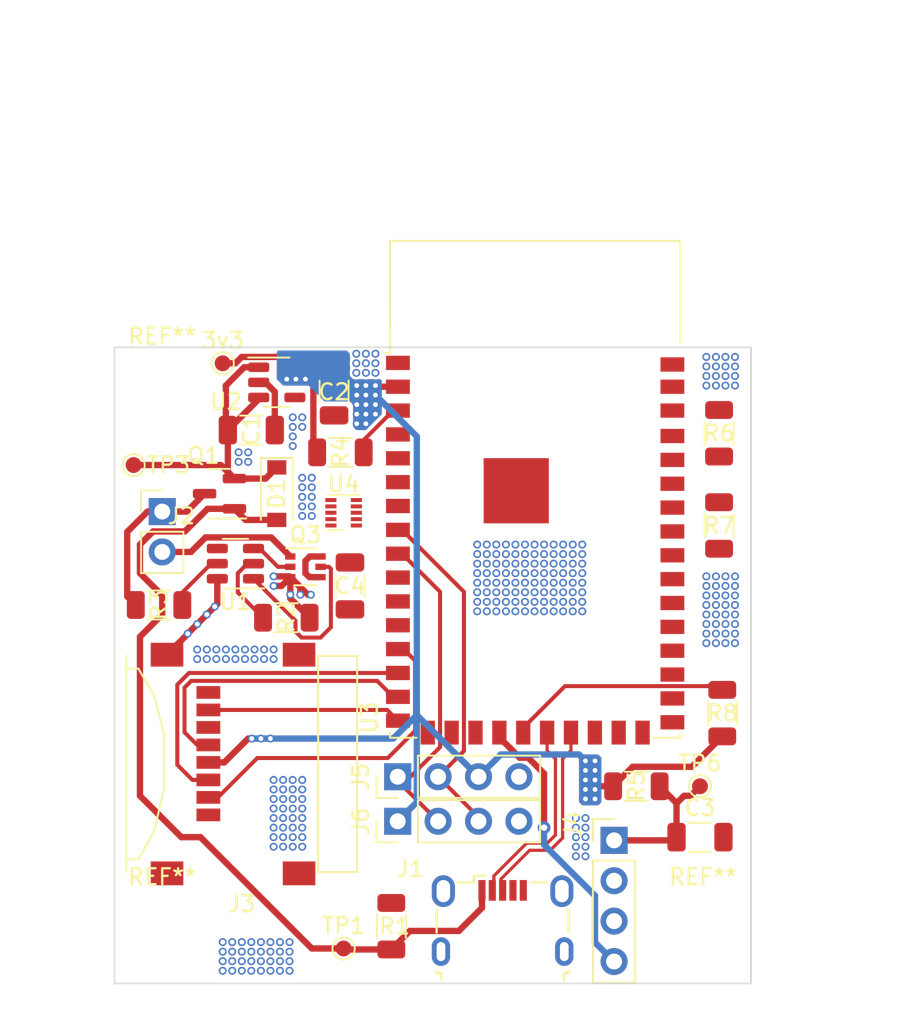
<source format=kicad_pcb>
(kicad_pcb (version 20211014) (generator pcbnew)
  (layers (0 "F.Cu" signal) (31 "B.Cu" signal) (34 "B.Paste" user) (35 "F.Paste" user) (36 "B.SilkS" user "B.Silkscreen") (37 "F.SilkS" user "F.Silkscreen") (38 "B.Mask" user) (39 "F.Mask" user) (44 "Edge.Cuts" user))
  (net 0 "")
  (net 1 "VCC")
  (net 2 "GND")
  (net 3 "+3V3")
  (net 4 "+3.3VA")
  (net 5 "Net-(C4-Pad1)")
  (net 6 "VBUS")
  (net 7 "/USB_D-")
  (net 8 "/USB_D+")
  (net 10 "+BATT")
  (net 11 "-BATT")
  (net 13 "/FSPICS0")
  (net 14 "/FSPI_MOSI")
  (net 15 "/FSPI_CLK")
  (net 16 "/FSPI_MISO")
  (net 19 "/MIC")
  (net 20 "/SDA")
  (net 21 "/SCL")
  (net 22 "Net-(R2-Pad2)")
  (net 23 "Net-(R3-Pad1)")
  (net 24 "Net-(R4-Pad1)")
  (net 25 "Net-(R6-Pad1)")
  (net 26 "Net-(R7-Pad1)")
  (net 31 "/ACCEL_INT1")
  (net 32 "/ACCEL_INT2")
  (net 50 "Net-(Q3-Pad2)")
  (net 51 "Net-(Q3-Pad4)")
  (net 52 "Net-(Q3-Pad5)")
  (net 57 "Net-(U3-Pad21)")
  (footprint "Resistor_SMD:R_1206_3216Metric" (layer "F.Cu") (at 141.6 107 -90)
    (fp_text reference "R6")
    (fp_text value "45K")
  )
  (footprint "Capacitor_SMD:C_1206_3216Metric" (layer "F.Cu") (at 117.4 104.4 -90)
    (fp_text reference "C2")
    (fp_text value "1uF")
  )
  (footprint "Resistor_SMD:R_1206_3216Metric" (layer "F.Cu") (at 106.4 117.8 180)
    (fp_text reference "R3")
    (fp_text value "330-370")
  )
  (footprint "TestPoint:TestPoint_Pad_D1.0mm" (layer "F.Cu") (at 110.4 102.6)
    (fp_text reference "3v3")
    (fp_text value "TP_3v3")
  )
  (footprint "Resistor_SMD:R_1206_3216Metric" (layer "F.Cu") (at 114.4 118.6 180)
    (fp_text reference "R2")
    (fp_text value "2.7k")
  )
  (footprint "3rdparty:MOLEX_47219-2001" (layer "F.Cu") (at 111.6 127.8 -90)
    (fp_text reference "J3")
    (fp_text value "47219-2001")
  )
  (footprint "MountingHole:MountingHole_2.7mm_M2.5" (layer "F.Cu") (at 140.6 138.6)
    (fp_text reference "REF**")
    (fp_text value "MountingHole_2.7mm_M2.5")
  )
  (footprint "TestPoint:TestPoint_Pad_D1.0mm" (layer "F.Cu") (at 104.8 109)
    (fp_text reference "TP3")
    (fp_text value "TP_VCC")
  )
  (footprint "Capacitor_SMD:C_1206_3216Metric" (layer "F.Cu") (at 118.4 116.6 -90)
    (fp_text reference "C4")
    (fp_text value "75-470nF (100nF)")
  )
  (footprint "Connector_PinHeader_2.54mm:PinHeader_1x04_P2.54mm_Vertical" (layer "F.Cu") (at 121.4 131.4 90)
    (fp_text reference "J6")
    (fp_text value "Heartbeat")
  )
  (footprint "MountingHole:MountingHole_2.7mm_M2.5" (layer "F.Cu") (at 106.6 138.6)
    (fp_text reference "REF**")
    (fp_text value "MountingHole_2.7mm_M2.5")
  )
  (footprint "Package_TO_SOT_SMD:SOT-23-6" (layer "F.Cu") (at 111.2 115.2 180)
    (fp_text reference "U1")
    (fp_text value "AP9101CK-CMTRG1")
  )
  (footprint "Connector_PinHeader_2.54mm:PinHeader_1x02_P2.54mm_Vertical" (layer "F.Cu") (at 106.6 111.925)
    (fp_text reference "J2")
    (fp_text value "Conn_01x02")
  )
  (footprint "Package_TO_SOT_SMD:SOT-363_SC-70-6" (layer "F.Cu") (at 115.6 115.4)
    (fp_text reference "Q3")
    (fp_text value "BSD840NH6327XTSA1 ")
  )
  (footprint "Resistor_SMD:R_1206_3216Metric" (layer "F.Cu") (at 117.8 108.2 180)
    (fp_text reference "R4")
    (fp_text value "45K")
  )
  (footprint "TestPoint:TestPoint_Pad_D1.0mm" (layer "F.Cu") (at 118 139.4)
    (fp_text reference "TP1")
    (fp_text value "TP_VBUS")
  )
  (footprint "Connector_PinHeader_2.54mm:PinHeader_1x04_P2.54mm_Vertical" (layer "F.Cu") (at 135 132.6)
    (fp_text reference "J4")
    (fp_text value "MAX9814")
  )
  (footprint "Capacitor_SMD:C_1206_3216Metric" (layer "F.Cu") (at 112.2 106.8)
    (fp_text reference "C1")
    (fp_text value "1uF")
  )
  (footprint "Connector_PinHeader_2.54mm:PinHeader_1x04_P2.54mm_Vertical" (layer "F.Cu") (at 121.4 128.6 90)
    (fp_text reference "J5")
    (fp_text value "OLED")
  )
  (footprint "Package_TO_SOT_SMD:SOT-23" (layer "F.Cu") (at 110.2 110.8 180)
    (fp_text reference "Q1")
    (fp_text value "AO3401A")
  )
  (footprint "Connector_USB:USB_Micro-B_Wuerth_629105150521" (layer "F.Cu") (at 127.995 137.645)
    (fp_text reference "J1")
    (fp_text value "USB_B")
  )
  (footprint "Package_DFN_QFN:DFN-10_2x2mm_P0.4mm" (layer "F.Cu") (at 118 112 180)
    (fp_text reference "U4")
    (fp_text value "MMA8652FCR1")
  )
  (footprint "Resistor_SMD:R_1206_3216Metric" (layer "F.Cu") (at 121 138 -90)
    (fp_text reference "R1")
    (fp_text value "10K")
  )
  (footprint "Package_TO_SOT_SMD:SOT-23-5" (layer "F.Cu") (at 113.8 103.8)
    (fp_text reference "U2")
    (fp_text value "XC6222B331MR-G")
  )
  (footprint "TestPoint:TestPoint_Pad_D1.0mm" (layer "F.Cu") (at 140.4 129.2)
    (fp_text reference "TP6")
    (fp_text value "TP_3v3_Analog")
  )
  (footprint "Resistor_SMD:R_1206_3216Metric" (layer "F.Cu") (at 136.4 129.2 180)
    (fp_text reference "R5")
    (fp_text value "10K")
  )
  (footprint "Capacitor_SMD:C_1206_3216Metric" (layer "F.Cu") (at 140.4 132.4)
    (fp_text reference "C3")
    (fp_text value "100nF")
  )
  (footprint "MountingHole:MountingHole_2.7mm_M2.5" (layer "F.Cu") (at 106.6 104.6)
    (fp_text reference "REF**")
    (fp_text value "MountingHole_2.7mm_M2.5")
  )
  (footprint "RF_Module:ESP32-S2-WROVER" (layer "F.Cu") (at 130.04 114.35)
    (fp_text reference "U3")
    (fp_text value "ESP32-S2-WROVER")
  )
  (footprint "Resistor_SMD:R_1206_3216Metric" (layer "F.Cu") (at 141.6 112.8 -90)
    (fp_text reference "R7")
    (fp_text value "45K")
  )
  (footprint "Diode_SMD:D_SOD-123" (layer "F.Cu") (at 113.8 110.8 -90)
    (fp_text reference "D1")
    (fp_text value "Diode")
  )
  (footprint "Resistor_SMD:R_1206_3216Metric" (layer "F.Cu") (at 141.8 124.6 -90)
    (fp_text reference "R8")
    (fp_text value "45K")
  )
  (gr_rect (start 103.6 101.6) (end 143.6 141.6) (layer "Edge.Cuts") (width 0.1) (fill none))
  (segment (start 110.6 104) (end 110.6 106.675) (width 0.4) (layer "F.Cu") (net 1))
  (segment (start 104.8 109) (end 110.2875 109) (width 0.4) (layer "F.Cu") (net 1))
  (segment (start 113.1 109.85) (end 113.8 109.15) (width 0.4) (layer "F.Cu") (net 1))
  (segment (start 110.725 109.4375) (end 111.1375 109.85) (width 0.4) (layer "F.Cu") (net 1))
  (segment (start 112.6625 104.8625) (end 110.725 106.8) (width 0.4) (layer "F.Cu") (net 1))
  (segment (start 110.2875 109) (end 111.1375 109.85) (width 0.4) (layer "F.Cu") (net 1))
  (segment (start 110.6 106.675) (end 110.725 106.8) (width 0.4) (layer "F.Cu") (net 1))
  (segment (start 111.75 102.85) (end 110.6 104) (width 0.4) (layer "F.Cu") (net 1))
  (segment (start 110.725 106.8) (end 110.725 109.4375) (width 0.4) (layer "F.Cu") (net 1))
  (segment (start 112.6625 104.75) (end 112.6625 104.8625) (width 0.4) (layer "F.Cu") (net 1))
  (segment (start 112.6625 102.85) (end 111.75 102.85) (width 0.4) (layer "F.Cu") (net 1))
  (segment (start 111.1375 109.85) (end 113.1 109.85) (width 0.4) (layer "F.Cu") (net 1))
  (segment (start 115.279402 117.151989) (end 115.279402 116.679402) (width 0.4) (layer "F.Cu") (net 2))
  (segment (start 114.65 117.3875) (end 115.8625 118.6) (width 0.4) (layer "F.Cu") (net 2))
  (segment (start 109.4 118.4) (end 108.8 119) (width 0.4) (layer "F.Cu") (net 2))
  (segment (start 114.6 116) (end 114.65 116.05) (width 0.4) (layer "F.Cu") (net 2))
  (segment (start 112.6625 103.8) (end 113.081427 103.8) (width 0.4) (layer "F.Cu") (net 2))
  (segment (start 115.279402 116.679402) (end 114.65 116.05) (width 0.4) (layer "F.Cu") (net 2))
  (segment (start 108.2 119.625) (end 108.2 119.6) (width 0.4) (layer "F.Cu") (net 2))
  (segment (start 115.939552 117.154297) (end 115.754297 117.154297) (width 0.4) (layer "F.Cu") (net 2))
  (segment (start 109.9 117.9) (end 110.0625 117.7375) (width 0.4) (layer "F.Cu") (net 2))
  (segment (start 113.6 116) (end 114.6 116) (width 0.4) (layer "F.Cu") (net 2))
  (segment (start 114.65 117.15) (end 114.65 117.3875) (width 0.4) (layer "F.Cu") (net 2))
  (segment (start 106.9 120.925) (end 108.2 119.625) (width 0.4) (layer "F.Cu") (net 2))
  (segment (start 108.8 119) (end 108.2 119.6) (width 0.4) (layer "F.Cu") (net 2))
  (segment (start 114.1 116.6) (end 114.65 116.05) (width 0.4) (layer "F.Cu") (net 2))
  (segment (start 114.65 116.05) (end 114.65 117.15) (width 0.4) (layer "F.Cu") (net 2))
  (segment (start 109.4 118.4) (end 109.9 117.9) (width 0.4) (layer "F.Cu") (net 2))
  (segment (start 110.0625 117.7375) (end 110.0625 116.15) (width 0.4) (layer "F.Cu") (net 2))
  (segment (start 113.675 104.393573) (end 113.675 106.8) (width 0.4) (layer "F.Cu") (net 2))
  (segment (start 113.6 116.6) (end 114.1 116.6) (width 0.4) (layer "F.Cu") (net 2))
  (segment (start 113.081427 103.8) (end 113.675 104.393573) (width 0.4) (layer "F.Cu") (net 2))
  (segment (start 115.754297 117.154297) (end 114.65 116.05) (width 0.4) (layer "F.Cu") (net 2))
  (via (at 114.8 106) (size 0.5) (drill 0.3) (layers "F.Cu" "B.Cu") (net 2))
  (via (at 142.6 104) (size 0.5) (drill 0.3) (layers "F.Cu" "B.Cu") (net 2))
  (via (at 111.6 139) (size 0.5) (drill 0.3) (layers "F.Cu" "B.Cu") (net 2))
  (via (at 128.8 114) (size 0.5) (drill 0.3) (layers "F.Cu" "B.Cu") (net 2))
  (via (at 132.6 133.6) (size 0.5) (drill 0.3) (layers "F.Cu" "B.Cu") (net 2))
  (via (at 115.4 132.4) (size 0.5) (drill 0.3) (layers "F.Cu" "B.Cu") (net 2))
  (via (at 128.8 117.6) (size 0.5) (drill 0.3) (layers "F.Cu" "B.Cu") (net 2))
  (via (at 141.4 120.2) (size 0.5) (drill 0.3) (layers "F.Cu" "B.Cu") (net 2))
  (via (at 128.2 117.6) (size 0.5) (drill 0.3) (layers "F.Cu" "B.Cu") (net 2))
  (via (at 142.6 116.6) (size 0.5) (drill 0.3) (layers "F.Cu" "B.Cu") (net 2))
  (via (at 115.279402 117.151989) (size 0.5) (drill 0.3) (layers "F.Cu" "B.Cu") (net 2))
  (via (at 114.6 140.8) (size 0.5) (drill 0.3) (layers "F.Cu" "B.Cu") (net 2))
  (via (at 114 139) (size 0.5) (drill 0.3) (layers "F.Cu" "B.Cu") (net 2))
  (via (at 128.8 114.6) (size 0.5) (drill 0.3) (layers "F.Cu" "B.Cu") (net 2))
  (via (at 129.4 115.8) (size 0.5) (drill 0.3) (layers "F.Cu" "B.Cu") (net 2))
  (via (at 115.4 111.6) (size 0.5) (drill 0.3) (layers "F.Cu" "B.Cu") (net 2))
  (via (at 118.8 103.2) (size 0.5) (drill 0.3) (layers "F.Cu" "B.Cu") (net 2))
  (via (at 140.8 116.6) (size 0.5) (drill 0.3) (layers "F.Cu" "B.Cu") (net 2))
  (via (at 129.4 114) (size 0.5) (drill 0.3) (layers "F.Cu" "B.Cu") (net 2))
  (via (at 114.8 133) (size 0.5) (drill 0.3) (layers "F.Cu" "B.Cu") (net 2))
  (via (at 126.4 117.6) (size 0.5) (drill 0.3) (layers "F.Cu" "B.Cu") (net 2))
  (via (at 133.2 133) (size 0.5) (drill 0.3) (layers "F.Cu" "B.Cu") (net 2))
  (via (at 113.6 132.4) (size 0.5) (drill 0.3) (layers "F.Cu" "B.Cu") (net 2))
  (via (at 119.4 103.2) (size 0.5) (drill 0.3) (layers "F.Cu" "B.Cu") (net 2))
  (via (at 110.6 121.2) (size 0.5) (drill 0.3) (layers "F.Cu" "B.Cu") (net 2))
  (via (at 130 118.2) (size 0.5) (drill 0.3) (layers "F.Cu" "B.Cu") (net 2))
  (via (at 113.6 130.6) (size 0.5) (drill 0.3) (layers "F.Cu" "B.Cu") (net 2))
  (via (at 127.6 117.6) (size 0.5) (drill 0.3) (layers "F.Cu" "B.Cu") (net 2))
  (via (at 133 115.8) (size 0.5) (drill 0.3) (layers "F.Cu" "B.Cu") (net 2))
  (via (at 126.4 116.4) (size 0.5) (drill 0.3) (layers "F.Cu" "B.Cu") (net 2))
  (via (at 110 121.2) (size 0.5) (drill 0.3) (layers "F.Cu" "B.Cu") (net 2))
  (via (at 127.6 115.8) (size 0.5) (drill 0.3) (layers "F.Cu" "B.Cu") (net 2))
  (via (at 116 110.4) (size 0.5) (drill 0.3) (layers "F.Cu" "B.Cu") (net 2))
  (via (at 112.8 140.8) (size 0.5) (drill 0.3) (layers "F.Cu" "B.Cu") (net 2))
  (via (at 113.4 139.6) (size 0.5) (drill 0.3) (layers "F.Cu" "B.Cu") (net 2))
  (via (at 140.8 118.4) (size 0.5) (drill 0.3) (layers "F.Cu" "B.Cu") (net 2))
  (via (at 112.8 139.6) (size 0.5) (drill 0.3) (layers "F.Cu" "B.Cu") (net 2))
  (via (at 114.8 107.2) (size 0.5) (drill 0.3) (layers "F.Cu" "B.Cu") (net 2))
  (via (at 128.2 114.6) (size 0.5) (drill 0.3) (layers "F.Cu" "B.Cu") (net 2))
  (via (at 114.8 131.2) (size 0.5) (drill 0.3) (layers "F.Cu" "B.Cu") (net 2))
  (via (at 140.8 119) (size 0.5) (drill 0.3) (layers "F.Cu" "B.Cu") (net 2))
  (via (at 114.8 107.8) (size 0.5) (drill 0.3) (layers "F.Cu" "B.Cu") (net 2))
  (via (at 142.6 102.2) (size 0.5) (drill 0.3) (layers "F.Cu" "B.Cu") (net 2))
  (via (at 142 103.4) (size 0.5) (drill 0.3) (layers "F.Cu" "B.Cu") (net 2))
  (via (at 111.6 139.6) (size 0.5) (drill 0.3) (layers "F.Cu" "B.Cu") (net 2))
  (via (at 141.4 102.8) (size 0.5) (drill 0.3) (layers "F.Cu" "B.Cu") (net 2))
  (via (at 114.8 106.6) (size 0.5) (drill 0.3) (layers "F.Cu" "B.Cu") (net 2))
  (via (at 112.2 139.6) (size 0.5) (drill 0.3) (layers "F.Cu" "B.Cu") (net 2))
  (via (at 133.2 131.8) (size 0.5) (drill 0.3) (layers "F.Cu" "B.Cu") (net 2))
  (via (at 142 102.8) (size 0.5) (drill 0.3) (layers "F.Cu" "B.Cu") (net 2))
  (via (at 128.2 115.2) (size 0.5) (drill 0.3) (layers "F.Cu" "B.Cu") (net 2))
  (via (at 111.2 121.2) (size 0.5) (drill 0.3) (layers "F.Cu" "B.Cu") (net 2))
  (via (at 120 102) (size 0.5) (drill 0.3) (layers "F.Cu" "B.Cu") (net 2))
  (via (at 112.8 139) (size 0.5) (drill 0.3) (layers "F.Cu" "B.Cu") (net 2))
  (via (at 114.6 139) (size 0.5) (drill 0.3) (layers "F.Cu" "B.Cu") (net 2))
  (via (at 142 117.2) (size 0.5) (drill 0.3) (layers "F.Cu" "B.Cu") (net 2))
  (via (at 131.2 117.6) (size 0.5) (drill 0.3) (layers "F.Cu" "B.Cu") (net 2))
  (via (at 109.4 118.4) (size 0.5) (drill 0.3) (layers "F.Cu" "B.Cu") (net 2))
  (via (at 130.6 115.8) (size 0.5) (drill 0.3) (layers "F.Cu" "B.Cu") (net 2))
  (via (at 142.6 103.4) (size 0.5) (drill 0.3) (layers "F.Cu" "B.Cu") (net 2))
  (via (at 113.6 133) (size 0.5) (drill 0.3) (layers "F.Cu" "B.Cu") (net 2))
  (via (at 142.6 119) (size 0.5) (drill 0.3) (layers "F.Cu" "B.Cu") (net 2))
  (via (at 111.8 120.6) (size 0.5) (drill 0.3) (layers "F.Cu" "B.Cu") (net 2))
  (via (at 142 118.4) (size 0.5) (drill 0.3) (layers "F.Cu" "B.Cu") (net 2))
  (via (at 116 111) (size 0.5) (drill 0.3) (layers "F.Cu" "B.Cu") (net 2))
  (via (at 142 119) (size 0.5) (drill 0.3) (layers "F.Cu" "B.Cu") (net 2))
  (via (at 142.6 117.8) (size 0.5) (drill 0.3) (layers "F.Cu" "B.Cu") (net 2))
  (via (at 141.4 117.8) (size 0.5) (drill 0.3) (layers "F.Cu" "B.Cu") (net 2))
  (via (at 132.6 133) (size 0.5) (drill 0.3) (layers "F.Cu" "B.Cu") (net 2))
  (via (at 114.2 129.4) (size 0.5) (drill 0.3) (layers "F.Cu" "B.Cu") (net 2))
  (via (at 111.4 108.2) (size 0.5) (drill 0.3) (layers "F.Cu" "B.Cu") (net 2))
  (via (at 111.4 108.8) (size 0.5) (drill 0.3) (layers "F.Cu" "B.Cu") (net 2))
  (via (at 132.6 132.4) (size 0.5) (drill 0.3) (layers "F.Cu" "B.Cu") (net 2))
  (via (at 114.2 132.4) (size 0.5) (drill 0.3) (layers "F.Cu" "B.Cu") (net 2))
  (via (at 113.6 130) (size 0.5) (drill 0.3) (layers "F.Cu" "B.Cu") (net 2))
  (via (at 133 117.6) (size 0.5) (drill 0.3) (layers "F.Cu" "B.Cu") (net 2))
  (via (at 113.6 131.8) (size 0.5) (drill 0.3) (layers "F.Cu" "B.Cu") (net 2))
  (via (at 113.6 120.6) (size 0.5) (drill 0.3) (layers "F.Cu" "B.Cu") (net 2))
  (via (at 111.2 120.6) (size 0.5) (drill 0.3) (layers "F.Cu" "B.Cu") (net 2))
  (via (at 133 118.2) (size 0.5) (drill 0.3) (layers "F.Cu" "B.Cu") (net 2))
  (via (at 126.4 115.2) (size 0.5) (drill 0.3) (layers "F.Cu" "B.Cu") (net 2))
  (via (at 114.8 128.8) (size 0.5) (drill 0.3) (layers "F.Cu" "B.Cu") (net 2))
  (via (at 128.2 117) (size 0.5) (drill 0.3) (layers "F.Cu" "B.Cu") (net 2))
  (via (at 129.4 117.6) (size 0.5) (drill 0.3) (layers "F.Cu" "B.Cu") (net 2))
  (via (at 120 103.2) (size 0.5) (drill 0.3) (layers "F.Cu" "B.Cu") (net 2))
  (via (at 142 102.2) (size 0.5) (drill 0.3) (layers "F.Cu" "B.Cu") (net 2))
  (via (at 140.8 102.8) (size 0.5) (drill 0.3) (layers "F.Cu" "B.Cu") (net 2))
  (via (at 111.8 121.2) (size 0.5) (drill 0.3) (layers "F.Cu" "B.Cu") (net 2))
  (via (at 114.2 130.6) (size 0.5) (drill 0.3) (layers "F.Cu" "B.Cu") (net 2))
  (via (at 113 120.6) (size 0.5) (drill 0.3) (layers "F.Cu" "B.Cu") (net 2))
  (via (at 128.2 115.8) (size 0.5) (drill 0.3) (layers "F.Cu" "B.Cu") (net 2))
  (via (at 130 114) (size 0.5) (drill 0.3) (layers "F.Cu" "B.Cu") (net 2))
  (via (at 110.4 140.8) (size 0.5) (drill 0.3) (layers "F.Cu" "B.Cu") (net 2))
  (via (at 142 120.2) (size 0.5) (drill 0.3) (layers "F.Cu" "B.Cu") (net 2))
  (via (at 130.6 116.4) (size 0.5) (drill 0.3) (layers "F.Cu" "B.Cu") (net 2))
  (via (at 110.6 120.6) (size 0.5) (drill 0.3) (layers "F.Cu" "B.Cu") (net 2))
  (via (at 141.4 118.4) (size 0.5) (drill 0.3) (layers "F.Cu" "B.Cu") (net 2))
  (via (at 128.2 116.4) (size 0.5) (drill 0.3) (layers "F.Cu" "B.Cu") (net 2))
  (via (at 130.6 117) (size 0.5) (drill 0.3) (layers "F.Cu" "B.Cu") (net 2))
  (via (at 119.4 102.6) (size 0.5) (drill 0.3) (layers "F.Cu" "B.Cu") (net 2))
  (via (at 127 117.6) (size 0.5) (drill 0.3) (layers "F.Cu" "B.Cu") (net 2))
  (via (at 127.6 118.2) (size 0.5) (drill 0.3) (layers "F.Cu" "B.Cu") (net 2))
  (via (at 131.8 116.4) (size 0.5) (drill 0.3) (layers "F.Cu" "B.Cu") (net 2))
  (via (at 131.8 114.6) (size 0.5) (drill 0.3) (layers "F.Cu" "B.Cu") (net 2))
  (via (at 132.6 131.8) (size 0.5) (drill 0.3) (layers "F.Cu" "B.Cu") (net 2))
  (via (at 114.2 130) (size 0.5) (drill 0.3) (layers "F.Cu" "B.Cu") (net 2))
  (via (at 128.8 117) (size 0.5) (drill 0.3) (layers "F.Cu" "B.Cu") (net 2))
  (via (at 128.8 115.8) (size 0.5) (drill 0.3) (layers "F.Cu" "B.Cu") (net 2))
  (via (at 127 118.2) (size 0.5) (drill 0.3) (layers "F.Cu" "B.Cu") (net 2))
  (via (at 119.4 102) (size 0.5) (drill 0.3) (layers "F.Cu" "B.Cu") (net 2))
  (via (at 114.2 131.8) (size 0.5) (drill 0.3) (layers "F.Cu" "B.Cu") (net 2))
  (via (at 132.4 118.2) (size 0.5) (drill 0.3) (layers "F.Cu" "B.Cu") (net 2))
  (via (at 127 115.2) (size 0.5) (drill 0.3) (layers "F.Cu" "B.Cu") (net 2))
  (via (at 141.4 102.2) (size 0.5) (drill 0.3) (layers "F.Cu" "B.Cu") (net 2))
  (via (at 130 115.2) (size 0.5) (drill 0.3) (layers "F.Cu" "B.Cu") (net 2))
  (via (at 114.6 140.2) (size 0.5) (drill 0.3) (layers "F.Cu" "B.Cu") (net 2))
  (via (at 112.4 120.6) (size 0.5) (drill 0.3) (layers "F.Cu" "B.Cu") (net 2))
  (via (at 108.8 120.6) (size 0.5) (drill 0.3) (layers "F.Cu" "B.Cu") (net 2))
  (via (at 140.8 117.8) (size 0.5) (drill 0.3) (layers "F.Cu" "B.Cu") (net 2))
  (via (at 131.2 115.2) (size 0.5) (drill 0.3) (layers "F.Cu" "B.Cu") (net 2))
  (via (at 115.4 128.8) (size 0.5) (drill 0.3) (layers "F.Cu" "B.Cu") (net 2))
  (via (at 133.2 131.2) (size 0.5) (drill 0.3) (layers "F.Cu" "B.Cu") (net 2))
  (via (at 114.6 139.6) (size 0.5) (drill 0.3) (layers "F.Cu" "B.Cu") (net 2))
  (via (at 131.8 118.2) (size 0.5) (drill 0.3) (layers "F.Cu" "B.Cu") (net 2))
  (via (at 126.4 114) (size 0.5) (drill 0.3) (layers "F.Cu" "B.Cu") (net 2))
  (via (at 131.2 118.2) (size 0.5) (drill 0.3) (layers "F.Cu" "B.Cu") (net 2))
  (via (at 130 115.8) (size 0.5) (drill 0.3) (layers "F.Cu" "B.Cu") (net 2))
  (via (at 111.6 140.8) (size 0.5) (drill 0.3) (layers "F.Cu" "B.Cu") (net 2))
  (via (at 129.4 114.6) (size 0.5) (drill 0.3) (layers "F.Cu" "B.Cu") (net 2))
  (via (at 113.6 129.4) (size 0.5) (drill 0.3) (layers "F.Cu" "B.Cu") (net 2))
  (via (at 128.2 114) (size 0.5) (drill 0.3) (layers "F.Cu" "B.Cu") (net 2))
  (via (at 127 116.4) (size 0.5) (drill 0.3) (layers "F.Cu" "B.Cu") (net 2))
  (via (at 141.4 116) (size 0.5) (drill 0.3) (layers "F.Cu" "B.Cu") (net 2))
  (via (at 127.6 114) (size 0.5) (drill 0.3) (layers "F.Cu" "B.Cu") (net 2))
  (via (at 130.6 114) (size 0.5) (drill 0.3) (layers "F.Cu" "B.Cu") (net 2))
  (via (at 133 114) (size 0.5) (drill 0.3) (layers "F.Cu" "B.Cu") (net 2))
  (via (at 126.4 114.6) (size 0.5) (drill 0.3) (layers "F.Cu" "B.Cu") (net 2))
  (via (at 120 102.6) (size 0.5) (drill 0.3) (layers "F.Cu" "B.Cu") (net 2))
  (via (at 140.8 104) (size 0.5) (drill 0.3) (layers "F.Cu" "B.Cu") (net 2))
  (via (at 142.6 120.2) (size 0.5) (drill 0.3) (layers "F.Cu" "B.Cu") (net 2))
  (via (at 115.4 130.6) (size 0.5) (drill 0.3) (layers "F.Cu" "B.Cu") (net 2))
  (via (at 114 140.8) (size 0.5) (drill 0.3) (layers "F.Cu" "B.Cu") (net 2))
  (via (at 140.8 120.2) (size 0.5) (drill 0.3) (layers "F.Cu" "B.Cu") (net 2))
  (via (at 110 120.6) (size 0.5) (drill 0.3) (layers "F.Cu" "B.Cu") (net 2))
  (via (at 130 116.4) (size 0.5) (drill 0.3) (layers "F.Cu" "B.Cu") (net 2))
  (via (at 142 104) (size 0.5) (drill 0.3) (layers "F.Cu" "B.Cu") (net 2))
  (via (at 111 140.2) (size 0.5) (drill 0.3) (layers "F.Cu" "B.Cu") (net 2))
  (via (at 112.2 140.8) (size 0.5) (drill 0.3) (layers "F.Cu" "B.Cu") (net 2))
  (via (at 142.6 117.2) (size 0.5) (drill 0.3) (layers "F.Cu" "B.Cu") (net 2))
  (via (at 129.4 117) (size 0.5) (drill 0.3) (layers "F.Cu" "B.Cu") (net 2))
  (via (at 127.6 117) (size 0.5) (drill 0.3) (layers "F.Cu" "B.Cu") (net 2))
  (via (at 115.4 133) (size 0.5) (drill 0.3) (layers "F.Cu" "B.Cu") (net 2))
  (via (at 130.6 117.6) (size 0.5) (drill 0.3) (layers "F.Cu" "B.Cu") (net 2))
  (via (at 132.4 115.2) (size 0.5) (drill 0.3) (layers "F.Cu" "B.Cu") (net 2))
  (via (at 109.4 120.6) (size 0.5) (drill 0.3) (layers "F.Cu" "B.Cu") (net 2))
  (via (at 112.2 140.2) (size 0.5) (drill 0.3) (layers "F.Cu" "B.Cu") (net 2))
  (via (at 140.8 119.6) (size 0.5) (drill 0.3) (layers "F.Cu" "B.Cu") (net 2))
  (via (at 129.4 116.4) (size 0.5) (drill 0.3) (layers "F.Cu" "B.Cu") (net 2))
  (via (at 131.2 117) (size 0.5) (drill 0.3) (layers "F.Cu" "B.Cu") (net 2))
  (via (at 111 139.6) (size 0.5) (drill 0.3) (layers "F.Cu" "B.Cu") (net 2))
  (via (at 112.8 140.2) (size 0.5) (drill 0.3) (layers "F.Cu" "B.Cu") (net 2))
  (via (at 131.8 114) (size 0.5) (drill 0.3) (layers "F.Cu" "B.Cu") (net 2))
  (via (at 113.995004 139.6) (size 0.5) (drill 0.3) (layers "F.Cu" "B.Cu") (net 2))
  (via (at 113.6 128.8) (size 0.5) (drill 0.3) (layers "F.Cu" "B.Cu") (net 2))
  (via (at 131.8 117) (size 0.5) (drill 0.3) (layers "F.Cu" "B.Cu") (net 2))
  (via (at 113.6 116) (size 0.5) (drill 0.3) (layers "F.Cu" "B.Cu") (net 2))
  (via (at 114.8 130) (size 0.5) (drill 0.3) (layers "F.Cu" "B.Cu") (net 2))
  (via (at 110.4 140.2) (size 0.5) (drill 0.3) (layers "F.Cu" "B.Cu") (net 2))
  (via (at 128.8 115.2) (size 0.5) (drill 0.3) (layers "F.Cu" "B.Cu") (net 2))
  (via (at 142.6 119.6) (size 0.5) (drill 0.3) (layers "F.Cu" "B.Cu") (net 2))
  (via (at 108.2 119.6) (size 0.5) (drill 0.3) (layers "F.Cu" "B.Cu") (net 2))
  (via (at 114.8 131.8) (size 0.5) (drill 0.3) (layers "F.Cu" "B.Cu") (net 2))
  (via (at 115.4 129.4) (size 0.5) (drill 0.3) (layers "F.Cu" "B.Cu") (net 2))
  (via (at 132.4 115.8) (size 0.5) (drill 0.3) (layers "F.Cu" "B.Cu") (net 2))
  (via (at 118.8 102.6) (size 0.5) (drill 0.3) (layers "F.Cu" "B.Cu") (net 2))
  (via (at 133.2 132.4) (size 0.5) (drill 0.3) (layers "F.Cu" "B.Cu") (net 2))
  (via (at 133 116.4) (size 0.5) (drill 0.3) (layers "F.Cu" "B.Cu") (net 2))
  (via (at 115.4 110.4) (size 0.5) (drill 0.3) (layers "F.Cu" "B.Cu") (net 2))
  (via (at 131.2 115.8) (size 0.5) (drill 0.3) (layers "F.Cu" "B.Cu") (net 2))
  (via (at 132.4 114) (size 0.5) (drill 0.3) (layers "F.Cu" "B.Cu") (net 2))
  (via (at 132.4 117.6) (size 0.5) (drill 0.3) (layers "F.Cu" "B.Cu") (net 2))
  (via (at 114.8 130.6) (size 0.5) (drill 0.3) (layers "F.Cu" "B.Cu") (net 2))
  (via (at 133 115.2) (size 0.5) (drill 0.3) (layers "F.Cu" "B.Cu") (net 2))
  (via (at 130 117.6) (size 0.5) (drill 0.3) (layers "F.Cu" "B.Cu") (net 2))
  (via (at 112.4 121.2) (size 0.5) (drill 0.3) (layers "F.Cu" "B.Cu") (net 2))
  (via (at 114.2 133) (size 0.5) (drill 0.3) (layers "F.Cu" "B.Cu") (net 2))
  (via (at 113.6 121.2) (size 0.5) (drill 0.3) (layers "F.Cu" "B.Cu") (net 2))
  (via (at 141.4 119.6) (size 0.5) (drill 0.3) (layers "F.Cu" "B.Cu") (net 2))
  (via (at 112 108.2) (size 0.5) (drill 0.3) (layers "F.Cu" "B.Cu") (net 2))
  (via (at 127.6 116.4) (size 0.5) (drill 0.3) (layers "F.Cu" "B.Cu") (net 2))
  (via (at 140.8 103.4) (size 0.5) (drill 0.3) (layers "F.Cu" "B.Cu") (net 2))
  (via (at 115.4 130) (size 0.5) (drill 0.3) (layers "F.Cu" "B.Cu") (net 2))
  (via (at 142 119.6) (size 0.5) (drill 0.3) (layers "F.Cu" "B.Cu") (net 2))
  (via (at 132.4 117) (size 0.5) (drill 0.3) (layers "F.Cu" "B.Cu") (net 2))
  (via (at 126.4 117) (size 0.5) (drill 0.3) (layers "F.Cu" "B.Cu") (net 2))
  (via (at 114.8 129.4) (size 0.5) (drill 0.3) (layers "F.Cu" "B.Cu") (net 2))
  (via (at 115.4 106) (size 0.5) (drill 0.3) (layers "F.Cu" "B.Cu") (net 2))
  (via (at 142 117.8) (size 0.5) (drill 0.3) (layers "F.Cu" "B.Cu") (net 2))
  (via (at 130.6 114.6) (size 0.5) (drill 0.3) (layers "F.Cu" "B.Cu") (net 2))
  (via (at 110.4 139.6) (size 0.5) (drill 0.3) (layers "F.Cu" "B.Cu") (net 2))
  (via (at 128.2 118.2) (size 0.5) (drill 0.3) (layers "F.Cu" "B.Cu") (net 2))
  (via (at 115.4 109.8) (size 0.5) (drill 0.3) (layers "F.Cu" "B.Cu") (net 2))
  (via (at 118.8 102) (size 0.5) (drill 0.3) (layers "F.Cu" "B.Cu") (net 2))
  (via (at 141.4 103.4) (size 0.5) (drill 0.3) (layers "F.Cu" "B.Cu") (net 2))
  (via (at 142 116.6) (size 0.5) (drill 0.3) (layers "F.Cu" "B.Cu") (net 2))
  (via (at 131.8 115.8) (size 0.5) (drill 0.3) (layers "F.Cu" "B.Cu") (net 2))
  (via (at 140.8 117.2) (size 0.5) (drill 0.3) (layers "F.Cu" "B.Cu") (net 2))
  (via (at 140.8 116) (size 0.5) (drill 0.3) (layers "F.Cu" "B.Cu") (net 2))
  (via (at 115.4 112.2) (size 0.5) (drill 0.3) (layers "F.Cu" "B.Cu") (net 2))
  (via (at 108.8 119) (size 0.5) (drill 0.3) (layers "F.Cu" "B.Cu") (net 2))
  (via (at 131.2 114.6) (size 0.5) (drill 0.3) (layers "F.Cu" "B.Cu") (net 2))
  (via (at 130.6 115.2) (size 0.5) (drill 0.3) (layers "F.Cu" "B.Cu") (net 2))
  (via (at 133 114.6) (size 0.5) (drill 0.3) (layers "F.Cu" "B.Cu") (net 2))
  (via (at 126.4 118.2) (size 0.5) (drill 0.3) (layers "F.Cu" "B.Cu") (net 2))
  (via (at 112.2 139) (size 0.5) (drill 0.3) (layers "F.Cu" "B.Cu") (net 2))
  (via (at 115.4 111) (size 0.5) (drill 0.3) (layers "F.Cu" "B.Cu") (net 2))
  (via (at 132.4 116.4) (size 0.5) (drill 0.3) (layers "F.Cu" "B.Cu") (net 2))
  (via (at 130.6 118.2) (size 0.5) (drill 0.3) (layers "F.Cu" "B.Cu") (net 2))
  (via (at 140.8 102.2) (size 0.5) (drill 0.3) (layers "F.Cu" "B.Cu") (net 2))
  (via (at 108.8 121.2) (size 0.5) (drill 0.3) (layers "F.Cu" "B.Cu") (net 2))
  (via (at 130 117) (size 0.5) (drill 0.3) (layers "F.Cu" "B.Cu") (net 2))
  (via (at 115.4 131.8) (size 0.5) (drill 0.3) (layers "F.Cu" "B.Cu") (net 2))
  (via (at 141.4 104) (size 0.5) (drill 0.3) (layers "F.Cu" "B.Cu") (net 2))
  (via (at 129.4 118.2) (size 0.5) (drill 0.3) (layers "F.Cu" "B.Cu") (net 2))
  (via (at 131.8 117.6) (size 0.5) (drill 0.3) (layers "F.Cu" "B.Cu") (net 2))
  (via (at 133.2 133.6) (size 0.5) (drill 0.3) (layers "F.Cu" "B.Cu") (net 2))
  (via (at 113.6 116.6) (size 0.5) (drill 0.3) (layers "F.Cu" "B.Cu") (net 2))
  (via (at 115.4 106.6) (size 0.5) (drill 0.3) (layers "F.Cu" "B.Cu") (net 2))
  (via (at 126.4 115.8) (size 0.5) (drill 0.3) (layers "F.Cu" "B.Cu") (net 2))
  (via (at 109.4 121.2) (size 0.5) (drill 0.3) (layers "F.Cu" "B.Cu") (net 2))
  (via (at 141.4 119) (size 0.5) (drill 0.3) (layers "F.Cu" "B.Cu") (net 2))
  (via (at 109.9 117.9) (size 0.5) (drill 0.3) (layers "F.Cu" "B.Cu") (net 2))
  (via (at 129.4 115.2) (size 0.5) (drill 0.3) (layers "F.Cu" "B.Cu") (net 2))
  (via (at 131.2 114) (size 0.5) (drill 0.3) (layers "F.Cu" "B.Cu") (net 2))
  (via (at 113 121.2) (size 0.5) (drill 0.3) (layers "F.Cu" "B.Cu") (net 2))
  (via (at 132.6 131.2) (size 0.5) (drill 0.3) (layers "F.Cu" "B.Cu") (net 2))
  (via (at 127.6 114.6) (size 0.5) (drill 0.3) (layers "F.Cu" "B.Cu") (net 2))
  (via (at 131.2 116.4) (size 0.5) (drill 0.3) (layers "F.Cu" "B.Cu") (net 2))
  (via (at 116 109.8) (size 0.5) (drill 0.3) (layers "F.Cu" "B.Cu") (net 2))
  (via (at 113.4 140.8) (size 0.5) (drill 0.3) (layers "F.Cu" "B.Cu") (net 2))
  (via (at 127 115.8) (size 0.5) (drill 0.3) (layers "F.Cu" "B.Cu") (net 2))
  (via (at 113.4 139) (size 0.5) (drill 0.3) (layers "F.Cu" "B.Cu") (net 2))
  (via (at 114.65 117.15) (size 0.5) (drill 0.3) (layers "F.Cu" "B.Cu") (net 2))
  (via (at 130 114.6) (size 0.5) (drill 0.3) (layers "F.Cu" "B.Cu") (net 2))
  (via (at 113.4 140.2) (size 0.5) (drill 0.3) (layers "F.Cu" "B.Cu") (net 2))
  (via (at 112 108.8) (size 0.5) (drill 0.3) (layers "F.Cu" "B.Cu") (net 2))
  (via (at 115.4 131.2) (size 0.5) (drill 0.3) (layers "F.Cu" "B.Cu") (net 2))
  (via (at 115.939552 117.154297) (size 0.5) (drill 0.3) (layers "F.Cu" "B.Cu") (net 2))
  (via (at 113.6 131.2) (size 0.5) (drill 0.3) (layers "F.Cu" "B.Cu") (net 2))
  (via (at 127.6 115.2) (size 0.5) (drill 0.3) (layers "F.Cu" "B.Cu") (net 2))
  (via (at 127 117) (size 0.5) (drill 0.3) (layers "F.Cu" "B.Cu") (net 2))
  (via (at 128.8 116.4) (size 0.5) (drill 0.3) (layers "F.Cu" "B.Cu") (net 2))
  (via (at 114.2 128.8) (size 0.5) (drill 0.3) (layers "F.Cu" "B.Cu") (net 2))
  (via (at 133 117) (size 0.5) (drill 0.3) (layers "F.Cu" "B.Cu") (net 2))
  (via (at 114.2 131.2) (size 0.5) (drill 0.3) (layers "F.Cu" "B.Cu") (net 2))
  (via (at 141.4 117.2) (size 0.5) (drill 0.3) (layers "F.Cu" "B.Cu") (net 2))
  (via (at 142.6 102.8) (size 0.5) (drill 0.3) (layers "F.Cu" "B.Cu") (net 2))
  (via (at 142.6 116) (size 0.5) (drill 0.3) (layers "F.Cu" "B.Cu") (net 2))
  (via (at 110.4 139) (size 0.5) (drill 0.3) (layers "F.Cu" "B.Cu") (net 2))
  (via (at 142.6 118.4) (size 0.5) (drill 0.3) (layers "F.Cu" "B.Cu") (net 2))
  (via (at 127 114) (size 0.5) (drill 0.3) (layers "F.Cu" "B.Cu") (net 2))
  (via (at 116 111.6) (size 0.5) (drill 0.3) (layers "F.Cu" "B.Cu") (net 2))
  (via (at 114 140.2) (size 0.5) (drill 0.3) (layers "F.Cu" "B.Cu") (net 2))
  (via (at 116 112.2) (size 0.5) (drill 0.3) (layers "F.Cu" "B.Cu") (net 2))
  (via (at 114.8 132.4) (size 0.5) (drill 0.3) (layers "F.Cu" "B.Cu") (net 2))
  (via (at 111.6 140.2) (size 0.5) (drill 0.3) (layers "F.Cu" "B.Cu") (net 2))
  (via (at 141.4 116.6) (size 0.5) (drill 0.3) (layers "F.Cu" "B.Cu") (net 2))
  (via (at 142 116) (size 0.5) (drill 0.3) (layers "F.Cu" "B.Cu") (net 2))
  (via (at 127 114.6) (size 0.5) (drill 0.3) (layers "F.Cu" "B.Cu") (net 2))
  (via (at 111 139) (size 0.5) (drill 0.3) (layers "F.Cu" "B.Cu") (net 2))
  (via (at 128.8 118.2) (size 0.5) (drill 0.3) (layers "F.Cu" "B.Cu") (net 2))
  (via (at 131.8 115.2) (size 0.5) (drill 0.3) (layers "F.Cu" "B.Cu") (net 2))
  (via (at 111 140.8) (size 0.5) (drill 0.3) (layers "F.Cu" "B.Cu") (net 2))
  (via (at 132.4 114.6) (size 0.5) (drill 0.3) (layers "F.Cu" "B.Cu") (net 2))
  (segment (start 116.10048 104.22452) (end 116.10048 107.96298) (width 0.4) (layer "F.Cu") (net 3))
  (segment (start 116.10048 107.96298) (end 116.3375 108.2) (width 0.4) (layer "F.Cu") (net 3))
  (segment (start 134 129.2) (end 133.8 129) (width 0.4) (layer "F.Cu") (net 3))
  (segment (start 111.2 102.6) (end 111.6 102.2) (width 0.4) (layer "F.Cu") (net 3))
  (segment (start 110.4 102.6) (end 111.2 102.6) (width 0.4) (layer "F.Cu") (net 3))
  (segment (start 117.325 102.85) (end 117.4 102.925) (width 0.4) (layer "F.Cu") (net 3))
  (segment (start 112 126.2) (end 112.225 126.2) (width 0.4) (layer "F.Cu") (net 3))
  (segment (start 112.225 126.2) (end 113.4 126.2) (width 0.4) (layer "F.Cu") (net 3))
  (segment (start 114.2875 102.2) (end 114.9375 102.85) (width 0.4) (layer "F.Cu") (net 3))
  (segment (start 139.88702 127.97548) (end 141.8 126.0625) (width 0.4) (layer "F.Cu") (net 3))
  (segment (start 117.4 102.925) (end 116.10048 104.22452) (width 0.4) (layer "F.Cu") (net 3))
  (segment (start 133.8 129) (end 133.8 128.8) (width 0.4) (layer "F.Cu") (net 3))
  (segment (start 111.6 102.2) (end 114.2875 102.2) (width 0.4) (layer "F.Cu") (net 3))
  (segment (start 117.4 102.925) (end 117.4 103.072102) (width 0.4) (layer "F.Cu") (net 3))
  (segment (start 134.9375 129.2) (end 134 129.2) (width 0.4) (layer "F.Cu") (net 3))
  (segment (start 109.5 127.7) (end 110.5 127.7) (width 0.4) (layer "F.Cu") (net 3))
  (segment (start 136.16202 127.97548) (end 139.88702 127.97548) (width 0.4) (layer "F.Cu") (net 3))
  (segment (start 134.9375 129.2) (end 136.16202 127.97548) (width 0.4) (layer "F.Cu") (net 3))
  (segment (start 121.415 104.075) (end 120.275 104.075) (width 0.4) (layer "F.Cu") (net 3))
  (segment (start 110.5 127.7) (end 112 126.2) (width 0.4) (layer "F.Cu") (net 3))
  (via (at 118.825 106.4) (size 0.5) (drill 0.3) (layers "F.Cu" "B.Cu") (net 3))
  (via (at 133.2 128.8) (size 0.5) (drill 0.3) (layers "F.Cu" "B.Cu") (net 3))
  (via (at 119.4 106.4) (size 0.5) (drill 0.3) (layers "F.Cu" "B.Cu") (net 3))
  (via (at 119.4 105.8) (size 0.5) (drill 0.3) (layers "F.Cu" "B.Cu") (net 3))
  (via (at 133.2 128.2) (size 0.5) (drill 0.3) (layers "F.Cu" "B.Cu") (net 3))
  (via (at 119.4 104) (size 0.5) (drill 0.3) (layers "F.Cu" "B.Cu") (net 3))
  (via (at 115 103.6) (size 0.5) (drill 0.3) (layers "F.Cu" "B.Cu") (net 3))
  (via (at 118.825 105.8) (size 0.5) (drill 0.3) (layers "F.Cu" "B.Cu") (net 3))
  (via (at 133.8 128.2) (size 0.5) (drill 0.3) (layers "F.Cu" "B.Cu") (net 3))
  (via (at 112.225 126.2) (size 0.5) (drill 0.3) (layers "F.Cu" "B.Cu") (net 3))
  (via (at 112.8 126.2) (size 0.5) (drill 0.3) (layers "F.Cu" "B.Cu") (net 3))
  (via (at 120 104.6) (size 0.5) (drill 0.3) (layers "F.Cu" "B.Cu") (net 3))
  (via (at 133.2 127.6) (size 0.5) (drill 0.3) (layers "F.Cu" "B.Cu") (net 3))
  (via (at 133.8 129.4) (size 0.5) (drill 0.3) (layers "F.Cu" "B.Cu") (net 3))
  (via (at 133.8 130) (size 0.5) (drill 0.3) (layers "F.Cu" "B.Cu") (net 3))
  (via (at 113.4 126.2) (size 0.5) (drill 0.3) (layers "F.Cu" "B.Cu") (net 3))
  (via (at 115.6 103.6) (size 0.5) (drill 0.3) (layers "F.Cu" "B.Cu") (net 3))
  (via (at 118.825 104) (size 0.5) (drill 0.3) (layers "F.Cu" "B.Cu") (net 3))
  (via (at 119.4 104.6) (size 0.5) (drill 0.3) (layers "F.Cu" "B.Cu") (net 3))
  (via (at 133.2 129.4) (size 0.5) (drill 0.3) (layers "F.Cu" "B.Cu") (net 3))
  (via (at 120 104) (size 0.5) (drill 0.3) (layers "F.Cu" "B.Cu") (net 3))
  (via (at 120 105.8) (size 0.5) (drill 0.3) (layers "F.Cu" "B.Cu") (net 3))
  (via (at 133.8 128.8) (size 0.5) (drill 0.3) (layers "F.Cu" "B.Cu") (net 3))
  (via (at 133.2 130) (size 0.5) (drill 0.3) (layers "F.Cu" "B.Cu") (net 3))
  (via (at 119.4 105.2) (size 0.5) (drill 0.3) (layers "F.Cu" "B.Cu") (net 3))
  (via (at 133.8 127.6) (size 0.5) (drill 0.3) (layers "F.Cu" "B.Cu") (net 3))
  (via (at 118.825 104.6) (size 0.5) (drill 0.3) (layers "F.Cu" "B.Cu") (net 3))
  (via (at 118.825 105.2) (size 0.5) (drill 0.3) (layers "F.Cu" "B.Cu") (net 3))
  (via (at 120 105.2) (size 0.5) (drill 0.3) (layers "F.Cu" "B.Cu") (net 3))
  (via (at 114.425 103.6) (size 0.5) (drill 0.3) (layers "F.Cu" "B.Cu") (net 3))
  (segment (start 127.88 127.2) (end 132.8 127.2) (width 0.4) (layer "B.Cu") (net 3))
  (segment (start 122.6 107.2) (end 122.6 124) (width 0.4) (layer "B.Cu") (net 3))
  (segment (start 126.48 128.6) (end 122.6 124.72) (width 0.4) (layer "B.Cu") (net 3))
  (segment (start 132.8 127.2) (end 133.2 127.6) (width 0.4) (layer "B.Cu") (net 3))
  (segment (start 126.48 128.6) (end 127.88 127.2) (width 0.4) (layer "B.Cu") (net 3))
  (segment (start 122.6 124.72) (end 122.6 124) (width 0.4) (layer "B.Cu") (net 3))
  (segment (start 119.4 104) (end 122.6 107.2) (width 0.4) (layer "B.Cu") (net 3))
  (segment (start 121.12 126.2) (end 112.225 126.2) (width 0.4) (layer "B.Cu") (net 3))
  (segment (start 133.2 127.6) (end 133.2 130) (width 0.4) (layer "B.Cu") (net 3))
  (segment (start 122.6 130.2) (end 121.4 131.4) (width 0.4) (layer "B.Cu") (net 3))
  (segment (start 122.6 124.72) (end 121.12 126.2) (width 0.4) (layer "B.Cu") (net 3))
  (segment (start 122.6 124) (end 122.6 130.2) (width 0.4) (layer "B.Cu") (net 3))
  (segment (start 138.725 132.6) (end 138.925 132.4) (width 0.4) (layer "F.Cu") (net 4))
  (segment (start 135 132.6) (end 138.725 132.6) (width 0.4) (layer "F.Cu") (net 4))
  (segment (start 138.9375 130.2625) (end 139.4 129.8) (width 0.4) (layer "F.Cu") (net 4))
  (segment (start 139.4 129.8) (end 139.8 129.8) (width 0.4) (layer "F.Cu") (net 4))
  (segment (start 138.925 130.2625) (end 137.8625 129.2) (width 0.4) (layer "F.Cu") (net 4))
  (segment (start 139.8 129.8) (end 140.4 129.2) (width 0.4) (layer "F.Cu") (net 4))
  (segment (start 138.925 130.2625) (end 138.9375 130.2625) (width 0.4) (layer "F.Cu") (net 4))
  (segment (start 138.925 132.4) (end 138.925 130.2625) (width 0.4) (layer "F.Cu") (net 4))
  (segment (start 126.695 136.846405) (end 125.245925 138.29548) (width 0.4) (layer "F.Cu") (net 6))
  (segment (start 105.2 129.8) (end 105.2 119.8) (width 0.4) (layer "F.Cu") (net 6))
  (segment (start 106.025489 113.174511) (end 108.025489 113.174511) (width 0.4) (layer "F.Cu") (net 6))
  (segment (start 108.025489 113.174511) (end 109.45 111.75) (width 0.4) (layer "F.Cu") (net 6))
  (segment (start 118.0625 139.4625) (end 118 139.4) (width 0.4) (layer "F.Cu") (net 6))
  (segment (start 122.16702 138.29548) (end 121 139.4625) (width 0.4) (layer "F.Cu") (net 6))
  (segment (start 106.6 117.2) (end 105.2 115.8) (width 0.4) (layer "F.Cu") (net 6))
  (segment (start 109 132.4) (end 107.8 132.4) (width 0.4) (layer "F.Cu") (net 6))
  (segment (start 126.695 135.745) (end 126.695 136.846405) (width 0.4) (layer "F.Cu") (net 6))
  (segment (start 113.8 112.45) (end 111.8375 112.45) (width 0.4) (layer "F.Cu") (net 6))
  (segment (start 116 139.4) (end 109 132.4) (width 0.4) (layer "F.Cu") (net 6))
  (segment (start 107.8 132.4) (end 105.2 129.8) (width 0.4) (layer "F.Cu") (net 6))
  (segment (start 109.45 111.75) (end 111.1375 111.75) (width 0.4) (layer "F.Cu") (net 6))
  (segment (start 105.2 114) (end 106.025489 113.174511) (width 0.4) (layer "F.Cu") (net 6))
  (segment (start 105.2 115.8) (end 105.2 114) (width 0.4) (layer "F.Cu") (net 6))
  (segment (start 111.8375 112.45) (end 111.1375 111.75) (width 0.4) (layer "F.Cu") (net 6))
  (segment (start 106.6 118.4) (end 106.6 117.2) (width 0.4) (layer "F.Cu") (net 6))
  (segment (start 121 139.4625) (end 118.0625 139.4625) (width 0.4) (layer "F.Cu") (net 6))
  (segment (start 118 139.4) (end 116 139.4) (width 0.4) (layer "F.Cu") (net 6))
  (segment (start 125.245925 138.29548) (end 122.16702 138.29548) (width 0.4) (layer "F.Cu") (net 6))
  (segment (start 105.2 119.8) (end 106.6 118.4) (width 0.4) (layer "F.Cu") (net 6))
  (segment (start 131.315 127.475001) (end 130.79 126.950001) (width 0.2) (layer "F.Cu") (net 7))
  (segment (start 127.345 135.32) (end 127.445 135.22) (width 0.2) (layer "F.Cu") (net 7))
  (segment (start 127.345 135.745) (end 127.345 135.32) (width 0.2) (layer "F.Cu") (net 7))
  (segment (start 127.445 134.8368) (end 129.5068 132.775) (width 0.2) (layer "F.Cu") (net 7))
  (segment (start 130.79 126.950001) (end 130.79 125.825) (width 0.2) (layer "F.Cu") (net 7))
  (segment (start 130.803629 132.775) (end 131.315 132.263629) (width 0.2) (layer "F.Cu") (net 7))
  (segment (start 129.5068 132.775) (end 130.803629 132.775) (width 0.2) (layer "F.Cu") (net 7))
  (segment (start 127.445 135.22) (end 127.445 134.8368) (width 0.2) (layer "F.Cu") (net 7))
  (segment (start 131.315 132.263629) (end 131.315 127.475001) (width 0.2) (layer "F.Cu") (net 7))
  (segment (start 132.29 126.950001) (end 132.29 125.825) (width 0.2) (layer "F.Cu") (net 8))
  (segment (start 127.895 135.22) (end 127.895 135.0232) (width 0.2) (layer "F.Cu") (net 8))
  (segment (start 131.765 127.475001) (end 132.29 126.950001) (width 0.2) (layer "F.Cu") (net 8))
  (segment (start 127.995 135.32) (end 127.895 135.22) (width 0.2) (layer "F.Cu") (net 8))
  (segment (start 127.895 135.0232) (end 129.6932 133.225) (width 0.2) (layer "F.Cu") (net 8))
  (segment (start 129.6932 133.225) (end 130.990029 133.225) (width 0.2) (layer "F.Cu") (net 8))
  (segment (start 127.995 135.745) (end 127.995 135.32) (width 0.2) (layer "F.Cu") (net 8))
  (segment (start 131.765 132.450029) (end 131.765 127.475001) (width 0.2) (layer "F.Cu") (net 8))
  (segment (start 130.990029 133.225) (end 131.765 132.450029) (width 0.2) (layer "F.Cu") (net 8))
  (segment (start 106.6 111.925) (end 108.1375 111.925) (width 0.4) (layer "F.Cu") (net 10))
  (segment (start 104.4 113.2) (end 104.4 117.2625) (width 0.4) (layer "F.Cu") (net 10))
  (segment (start 105.675 111.925) (end 104.4 113.2) (width 0.4) (layer "F.Cu") (net 10))
  (segment (start 104.4 117.2625) (end 104.9375 117.8) (width 0.4) (layer "F.Cu") (net 10))
  (segment (start 108.1375 111.925) (end 109.2625 110.8) (width 0.4) (layer "F.Cu") (net 10))
  (segment (start 106.6 111.925) (end 105.675 111.925) (width 0.4) (layer "F.Cu") (net 10))
  (segment (start 106.6 114.465) (end 108.407862 114.465) (width 0.4) (layer "F.Cu") (net 11))
  (segment (start 113.45048 113.55048) (end 114.65 114.75) (width 0.4) (layer "F.Cu") (net 11))
  (segment (start 109.322382 113.55048) (end 113.45048 113.55048) (width 0.4) (layer "F.Cu") (net 11))
  (segment (start 108.407862 114.465) (end 109.322382 113.55048) (width 0.4) (layer "F.Cu") (net 11))
  (segment (start 122.491511 121.298489) (end 122.491511 125.708489) (width 0.254) (layer "F.Cu") (net 13))
  (segment (start 122.491511 125.708489) (end 120.776511 127.423489) (width 0.254) (layer "F.Cu") (net 13))
  (segment (start 120.776511 127.423489) (end 112.576511 127.423489) (width 0.254) (layer "F.Cu") (net 13))
  (segment (start 121.415 120.575) (end 121.768022 120.575) (width 0.254) (layer "F.Cu") (net 13))
  (segment (start 121.768022 120.575) (end 122.491511 121.298489) (width 0.254) (layer "F.Cu") (net 13))
  (segment (start 112.576511 127.423489) (end 110.1 129.9) (width 0.254) (layer "F.Cu") (net 13))
  (segment (start 110.1 129.9) (end 109.5 129.9) (width 0.254) (layer "F.Cu") (net 13))
  (segment (start 108.496 128.8) (end 107.54648 127.85048) (width 0.254) (layer "F.Cu") (net 14))
  (segment (start 107.54648 127.85048) (end 107.54648 122.809124) (width 0.254) (layer "F.Cu") (net 14))
  (segment (start 107.54648 122.809124) (end 108.280604 122.075) (width 0.254) (layer "F.Cu") (net 14))
  (segment (start 109.5 128.8) (end 108.496 128.8) (width 0.254) (layer "F.Cu") (net 14))
  (segment (start 108.280604 122.075) (end 121.415 122.075) (width 0.254) (layer "F.Cu") (net 14))
  (segment (start 121.415 123.575) (end 121.115 123.575) (width 0.254) (layer "F.Cu") (net 15))
  (segment (start 120.113489 122.573489) (end 108.423489 122.573489) (width 0.254) (layer "F.Cu") (net 15))
  (segment (start 108 122.996978) (end 108 125.803022) (width 0.254) (layer "F.Cu") (net 15))
  (segment (start 108.423489 122.573489) (end 108 122.996978) (width 0.254) (layer "F.Cu") (net 15))
  (segment (start 108.796978 126.6) (end 109.5 126.6) (width 0.254) (layer "F.Cu") (net 15))
  (segment (start 108 125.803022) (end 108.796978 126.6) (width 0.254) (layer "F.Cu") (net 15))
  (segment (start 121.115 123.575) (end 120.113489 122.573489) (width 0.254) (layer "F.Cu") (net 15))
  (segment (start 109.5 124.4) (end 120.74 124.4) (width 0.254) (layer "F.Cu") (net 16))
  (segment (start 120.74 124.4) (end 121.415 125.075) (width 0.254) (layer "F.Cu") (net 16))
  (segment (start 129.600489 127.400489) (end 130.6 128.4) (width 0.4) (layer "F.Cu") (net 19))
  (segment (start 129.065489 127.400489) (end 129.600489 127.400489) (width 0.4) (layer "F.Cu") (net 19))
  (segment (start 130.6 128.4) (end 130.6 131.8) (width 0.4) (layer "F.Cu") (net 19))
  (segment (start 127.79 125.825) (end 127.79 126.125) (width 0.4) (layer "F.Cu") (net 19))
  (segment (start 127.79 126.125) (end 129.065489 127.400489) (width 0.4) (layer "F.Cu") (net 19))
  (via (at 130.6 131.8) (size 0.8) (drill 0.4) (layers "F.Cu" "B.Cu") (net 19))
  (segment (start 130.6 132.8804) (end 133.800489 136.080889) (width 0.4) (layer "B.Cu") (net 19))
  (segment (start 133.800489 139.020489) (end 135 140.22) (width 0.4) (layer "B.Cu") (net 19))
  (segment (start 133.800489 136.080889) (end 133.800489 139.020489) (width 0.4) (layer "B.Cu") (net 19))
  (segment (start 130.6 131.8) (end 130.6 132.8804) (width 0.4) (layer "B.Cu") (net 19))
  (segment (start 121.4 128.86) (end 123.94 131.4) (width 0.254) (layer "F.Cu") (net 20))
  (segment (start 124.063489 126.736511) (end 122.2 128.6) (width 0.254) (layer "F.Cu") (net 20))
  (segment (start 122.2 128.6) (end 121.4 128.6) (width 0.254) (layer "F.Cu") (net 20))
  (segment (start 124.063489 116.970467) (end 124.063489 126.736511) (width 0.254) (layer "F.Cu") (net 20))
  (segment (start 121.415 114.575) (end 121.668022 114.575) (width 0.254) (layer "F.Cu") (net 20))
  (segment (start 121.4 128.6) (end 121.4 128.86) (width 0.254) (layer "F.Cu") (net 20))
  (segment (start 121.668022 114.575) (end 124.063489 116.970467) (width 0.254) (layer "F.Cu") (net 20))
  (segment (start 125.563489 126.976511) (end 123.94 128.6) (width 0.254) (layer "F.Cu") (net 21))
  (segment (start 121.668022 113.075) (end 125.563489 116.970467) (width 0.254) (layer "F.Cu") (net 21))
  (segment (start 121.415 113.075) (end 121.668022 113.075) (width 0.254) (layer "F.Cu") (net 21))
  (segment (start 123.94 128.6) (end 126.48 131.14) (width 0.254) (layer "F.Cu") (net 21))
  (segment (start 125.563489 116.970467) (end 125.563489 126.976511) (width 0.254) (layer "F.Cu") (net 21))
  (segment (start 126.48 131.14) (end 126.48 131.4) (width 0.254) (layer "F.Cu") (net 21))
  (segment (start 111.951099 115.2) (end 111.34848 115.802619) (width 0.254) (layer "F.Cu") (net 22))
  (segment (start 111.34848 117.01098) (end 112.9375 118.6) (width 0.254) (layer "F.Cu") (net 22))
  (segment (start 111.34848 115.802619) (end 111.34848 117.01098) (width 0.254) (layer "F.Cu") (net 22))
  (segment (start 112.3375 115.2) (end 111.951099 115.2) (width 0.254) (layer "F.Cu") (net 22))
  (segment (start 107.8625 117.013599) (end 109.676099 115.2) (width 0.254) (layer "F.Cu") (net 23))
  (segment (start 107.8625 117.8) (end 107.8625 117.013599) (width 0.254) (layer "F.Cu") (net 23))
  (segment (start 109.676099 115.2) (end 110.0625 115.2) (width 0.254) (layer "F.Cu") (net 23))
  (segment (start 119.2625 107.4275) (end 121.115 105.575) (width 0.254) (layer "F.Cu") (net 24))
  (segment (start 119.2625 108.2) (end 119.2625 107.4275) (width 0.254) (layer "F.Cu") (net 24))
  (segment (start 121.115 105.575) (end 121.415 105.575) (width 0.254) (layer "F.Cu") (net 24))
  (segment (start 114.65 115.4) (end 113.873901 115.4) (width 0.254) (layer "F.Cu") (net 50))
  (segment (start 113.873901 115.4) (end 112.723901 114.25) (width 0.254) (layer "F.Cu") (net 50))
  (segment (start 112.723901 114.25) (end 112.3375 114.25) (width 0.254) (layer "F.Cu") (net 50))
  (segment (start 115.875978 114.75) (end 115.6 115.025978) (width 0.4) (layer "F.Cu") (net 51))
  (segment (start 115.6 115.025978) (end 115.6 115.8) (width 0.4) (layer "F.Cu") (net 51))
  (segment (start 115.6 115.8) (end 115.85 116.05) (width 0.4) (layer "F.Cu") (net 51))
  (segment (start 116.55 114.75) (end 115.875978 114.75) (width 0.4) (layer "F.Cu") (net 51))
  (segment (start 115.85 116.05) (end 116.55 116.05) (width 0.4) (layer "F.Cu") (net 51))
  (segment (start 116.551511 119.848489) (end 117.201511 119.198489) (width 0.254) (layer "F.Cu") (net 52))
  (segment (start 112.3375 116.15) (end 114.97348 118.78598) (width 0.254) (layer "F.Cu") (net 52))
  (segment (start 114.97348 119.463802) (end 115.358167 119.848489) (width 0.254) (layer "F.Cu") (net 52))
  (segment (start 114.97348 118.78598) (end 114.97348 119.463802) (width 0.254) (layer "F.Cu") (net 52))
  (segment (start 117.078022 115.4) (end 116.55 115.4) (width 0.254) (layer "F.Cu") (net 52))
  (segment (start 115.358167 119.848489) (end 116.551511 119.848489) (width 0.254) (layer "F.Cu") (net 52))
  (segment (start 117.201511 119.198489) (end 117.201511 115.523489) (width 0.254) (layer "F.Cu") (net 52))
  (segment (start 117.201511 115.523489) (end 117.078022 115.4) (width 0.254) (layer "F.Cu") (net 52))
  (segment (start 129.29 125.525) (end 131.913489 122.901511) (width 0.254) (layer "F.Cu") (net 57))
  (segment (start 131.913489 122.901511) (end 141.564011 122.901511) (width 0.254) (layer "F.Cu") (net 57))
  (segment (start 141.564011 122.901511) (end 141.8 123.1375) (width 0.254) (layer "F.Cu") (net 57))
  (segment (start 129.29 125.825) (end 129.29 125.525) (width 0.254) (layer "F.Cu") (net 57))
  (zone (net 3) (net_name "+3V3") (layers F&B.Cu) (connect_pads yes (clearance 0.15)) (min_thickness 0.254) (fill yes (thermal_gap 0.508) (thermal_bridge_width 0.508))
    (polygon (pts (xy 134.2 127.4) (xy 134.2 130.2) (xy 134 130.4) (xy 133 130.4) (xy 132.8 130.2) (xy 132.8 127.4) (xy 133 127.2) (xy 134 127.2)))
  )
  (zone (net 3) (net_name "+3V3") (layers F&B.Cu) (connect_pads yes (clearance 0.15)) (min_thickness 0.254) (fill yes (thermal_gap 0.508) (thermal_bridge_width 0.508))
    (polygon (pts (xy 118.4 102) (xy 118.4 103.4) (xy 118.6 103.6) (xy 120.4 103.6) (xy 120.4 105.8) (xy 119.4 106.8) (xy 118.8 106.8) (xy 118.6 106.6) (xy 118.6 105.2) (xy 118.4 105) (xy 116.8 105) (xy 115.8 104) (xy 114.2 104) (xy 113.8 103.6) (xy 113.8 101.8) (xy 118.2 101.8)))
  )
)
</source>
